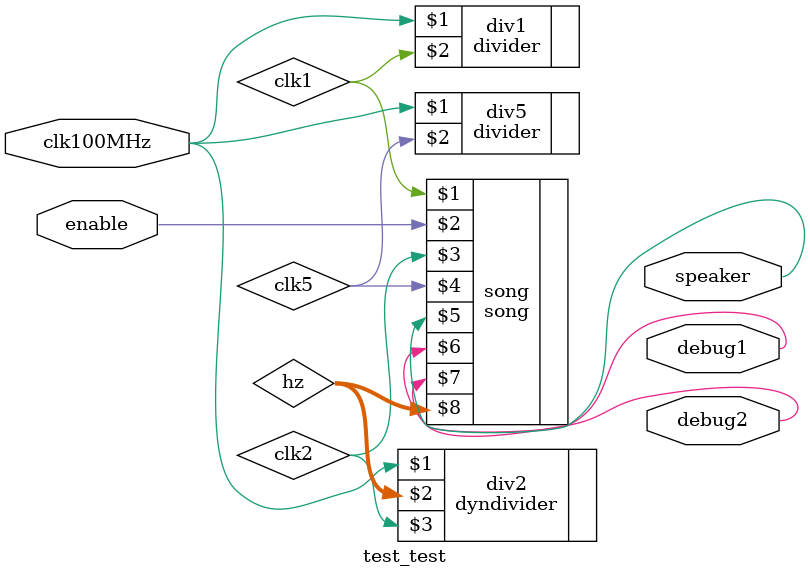
<source format=v>
`timescale 1ns / 1ps


module test_test(input clk100MHz, input enable, output speaker, output debug1, output debug2);

    // reg [0:63] count = 0;
    wire clk1, clk2, clk5;
    wire [31:0] hz;
    dyndivider div2(clk100MHz, hz, clk2);
    divider #(2) div1(clk100MHz, clk1);
    divider #(500) div5(clk100MHz, clk5);
    song song(clk1, enable, clk2, clk5, speaker, debug1, debug2, hz);
    // initial
    // begin
    // end

    // always @(posedge clk100MHz)
    // begin
    // if (count < 100000000)
    //     count <= count + 1;
    // else
    //     begin
    //     count <= 0;
    //     freq <= freq + 1;
    //     end
    // end
endmodule



</source>
